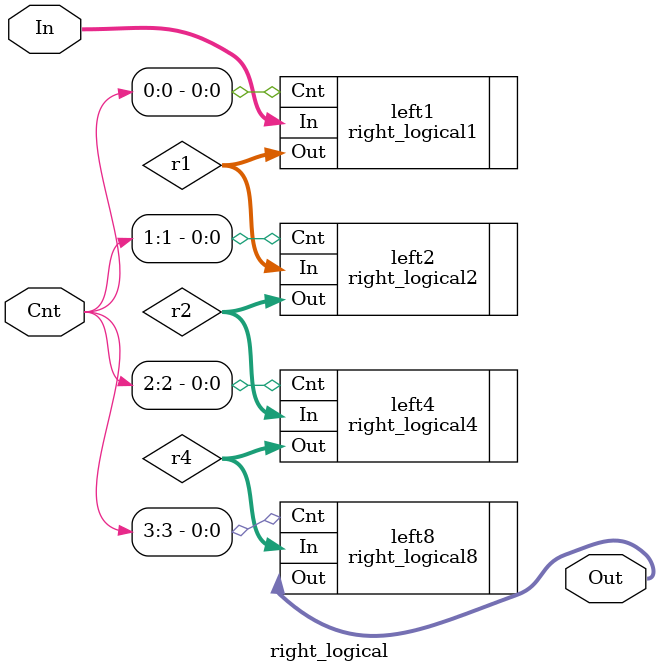
<source format=v>
module right_logical(In, Cnt, Out);
  
  input [15:0] In;
  input [3:0] Cnt;
  
  output [15:0] Out;
  
  wire [15:0] r1, r2, r4, r5;
  
  right_logical1 left1(.In(In), .Cnt(Cnt[0]), .Out(r1));
  
  right_logical2 left2(.In(r1), .Cnt(Cnt[1]), .Out(r2));
  
  right_logical4 left4(.In(r2), .Cnt(Cnt[2]), .Out(r4));
  
  right_logical8 left8(.In(r4), .Cnt(Cnt[3]), .Out(Out));
  
endmodule





</source>
